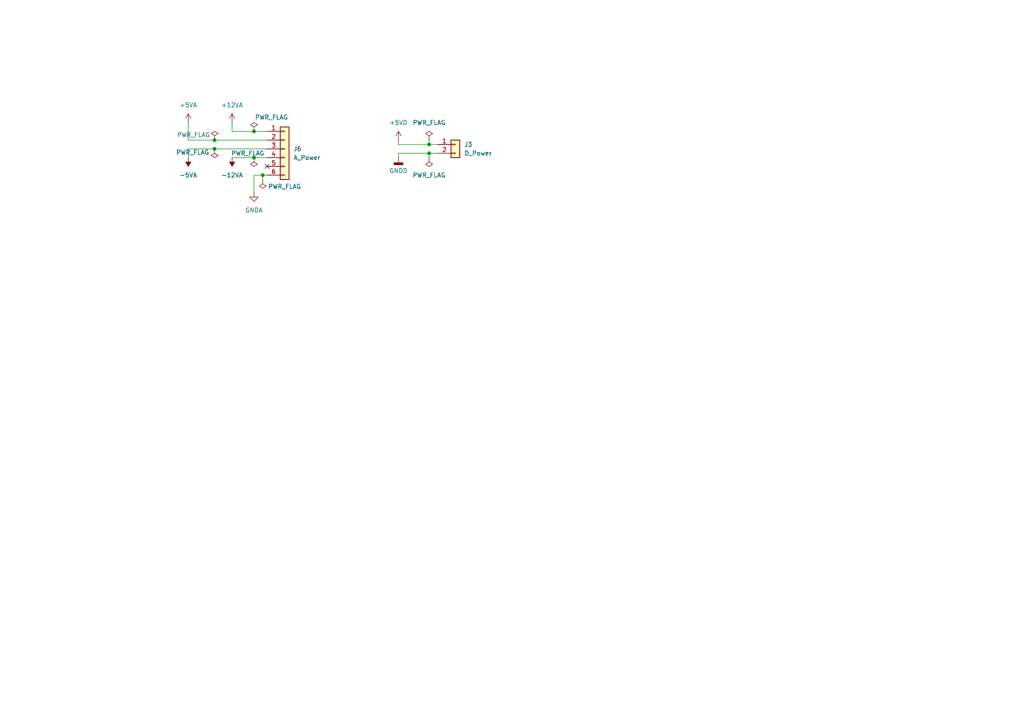
<source format=kicad_sch>
(kicad_sch (version 20250114) (generator "eeschema") (generator_version "9.0")
  (paper "A4")
  (lib_symbols
    (symbol "Connector_Generic:Conn_01x02" (pin_names (offset 1.016) (hide yes))
      (property "Reference" "J" (at 0 2.54 0))
      (property "Value" "Conn_01x02" (at 0 -5.08 0))
      (symbol "Conn_01x02_1_1"
        (rectangle (start -1.27 1.27) (end 1.27 -3.81) (stroke (width 0.254)) (fill (type background)))
        (rectangle (start -1.27 0.127) (end 0 -0.127) (stroke (width 0.1524)))
        (rectangle (start -1.27 -2.413) (end 0 -2.667) (stroke (width 0.1524)))
        (pin passive line (at -5.08 0 0) (length 3.81) (name "Pin_1") (number "1"))
        (pin passive line (at -5.08 -2.54 0) (length 3.81) (name "Pin_2") (number "2"))
      )
    )
    (symbol "Connector_Generic:Conn_01x06" (pin_names (offset 1.016) (hide yes))
      (property "Reference" "J" (at 0 7.62 0))
      (property "Value" "Conn_01x06" (at 0 -10.16 0))
      (symbol "Conn_01x06_1_1"
        (rectangle (start -1.27 6.35) (end 1.27 -8.89) (stroke (width 0.254)) (fill (type background)))
        (rectangle (start -1.27 5.207) (end 0 4.953) (stroke (width 0.1524)))
        (rectangle (start -1.27 2.667) (end 0 2.413) (stroke (width 0.1524)))
        (rectangle (start -1.27 0.127) (end 0 -0.127) (stroke (width 0.1524)))
        (rectangle (start -1.27 -2.413) (end 0 -2.667) (stroke (width 0.1524)))
        (rectangle (start -1.27 -4.953) (end 0 -5.207) (stroke (width 0.1524)))
        (rectangle (start -1.27 -7.493) (end 0 -7.747) (stroke (width 0.1524)))
        (pin passive line (at -5.08 5.08 0) (length 3.81) (name "Pin_1") (number "1"))
        (pin passive line (at -5.08 2.54 0) (length 3.81) (name "Pin_2") (number "2"))
        (pin passive line (at -5.08 0 0) (length 3.81) (name "Pin_3") (number "3"))
        (pin passive line (at -5.08 -2.54 0) (length 3.81) (name "Pin_4") (number "4"))
        (pin passive line (at -5.08 -5.08 0) (length 3.81) (name "Pin_5") (number "5"))
        (pin passive line (at -5.08 -7.62 0) (length 3.81) (name "Pin_6") (number "6"))
      )
    )
    (symbol "power:+12VA" (power) (pin_numbers (hide yes)) (pin_names (offset 0) (hide yes))
      (property "Value" "+12VA" (at 0 3.556 0))
      (symbol "+12VA_0_1"
        (polyline (pts (xy -0.762 1.27) (xy 0 2.54)))
        (polyline (pts (xy 0 2.54) (xy 0.762 1.27)))
        (polyline (pts (xy 0 0) (xy 0 2.54)))
      )
      (symbol "+12VA_1_1"
        (pin power_in line (at 0 0 90) (length 0) (name "~") (number "1"))
      )
    )
    (symbol "power:+5VA" (power) (pin_numbers (hide yes)) (pin_names (offset 0) (hide yes))
      (property "Value" "+5VA" (at 0 3.556 0))
      (symbol "+5VA_0_1"
        (polyline (pts (xy -0.762 1.27) (xy 0 2.54)))
        (polyline (pts (xy 0 2.54) (xy 0.762 1.27)))
        (polyline (pts (xy 0 0) (xy 0 2.54)))
      )
      (symbol "+5VA_1_1"
        (pin power_in line (at 0 0 90) (length 0) (name "~") (number "1"))
      )
    )
    (symbol "power:+5VD" (power) (pin_numbers (hide yes)) (pin_names (offset 0) (hide yes))
      (property "Value" "+5VD" (at 0 3.556 0))
      (symbol "+5VD_0_1"
        (polyline (pts (xy -0.762 1.27) (xy 0 2.54)))
        (polyline (pts (xy 0 2.54) (xy 0.762 1.27)))
        (polyline (pts (xy 0 0) (xy 0 2.54)))
      )
      (symbol "+5VD_1_1"
        (pin power_in line (at 0 0 90) (length 0) (name "~") (number "1"))
      )
    )
    (symbol "power:-12VA" (power) (pin_numbers (hide yes)) (pin_names (offset 0) (hide yes))
      (property "Value" "-12VA" (at 0 3.556 0))
      (symbol "-12VA_0_0"
        (pin power_in line (at 0 0 90) (length 0) (name "~") (number "1"))
      )
      (symbol "-12VA_0_1"
        (polyline (pts (xy 0 0) (xy 0 1.27) (xy 0.762 1.27) (xy 0 2.54) (xy -0.762 1.27) (xy 0 1.27)) (fill (type outline)))
      )
    )
    (symbol "power:-5VA" (power) (pin_numbers (hide yes)) (pin_names (offset 0) (hide yes))
      (property "Value" "-5VA" (at 0 3.556 0))
      (symbol "-5VA_0_0"
        (pin power_in line (at 0 0 90) (length 0) (name "~") (number "1"))
      )
      (symbol "-5VA_0_1"
        (polyline (pts (xy 0 0) (xy 0 1.27) (xy 0.762 1.27) (xy 0 2.54) (xy -0.762 1.27) (xy 0 1.27)) (fill (type outline)))
      )
    )
    (symbol "power:GNDA" (power) (pin_numbers (hide yes)) (pin_names (offset 0) (hide yes))
      (property "Value" "GNDA" (at 0 -3.81 0))
      (symbol "GNDA_0_1"
        (polyline (pts (xy 0 0) (xy 0 -1.27) (xy 1.27 -1.27) (xy 0 -2.54) (xy -1.27 -1.27) (xy 0 -1.27)))
      )
      (symbol "GNDA_1_1"
        (pin power_in line (at 0 0 270) (length 0) (name "~") (number "1"))
      )
    )
    (symbol "power:GNDD" (power) (pin_numbers (hide yes)) (pin_names (offset 0) (hide yes))
      (property "Value" "GNDD" (at 0 -3.175 0))
      (symbol "GNDD_0_1"
        (rectangle (start -1.27 -1.524) (end 1.27 -2.032) (stroke (width 0.254)) (fill (type outline)))
        (polyline (pts (xy 0 0) (xy 0 -1.524)))
      )
      (symbol "GNDD_1_1"
        (pin power_in line (at 0 0 270) (length 0) (name "~") (number "1"))
      )
    )
    (symbol "power:PWR_FLAG" (power) (pin_numbers (hide yes)) (pin_names (offset 0) (hide yes))
      (property "Value" "PWR_FLAG" (at 0 3.81 0))
      (symbol "PWR_FLAG_0_0"
        (pin power_out line (at 0 0 90) (length 0) (name "~") (number "1"))
      )
      (symbol "PWR_FLAG_0_1"
        (polyline (pts (xy 0 0) (xy 0 1.27) (xy -1.016 1.905) (xy 0 2.54) (xy 1.016 1.905) (xy 0 1.27)))
      )
    )
  )
  (junction (at 73.66 45.72))
  (junction (at 124.46 41.91))
  (junction (at 124.46 44.45))
  (junction (at 62.23 43.18))
  (junction (at 62.23 40.64))
  (junction (at 73.66 38.1))
  (junction (at 76.2 50.8))
  (no_connect (at 77.47 48.26))
  (wire (pts (xy 77.47 43.18) (xy 62.23 43.18)))
  (wire (pts (xy 124.46 44.45) (xy 115.57 44.45)))
  (wire (pts (xy 115.57 44.45) (xy 115.57 45.72)))
  (wire (pts (xy 62.23 40.64) (xy 54.61 40.64)))
  (wire (pts (xy 124.46 41.91) (xy 115.57 41.91)))
  (wire (pts (xy 115.57 41.91) (xy 115.57 40.64)))
  (wire (pts (xy 62.23 43.18) (xy 54.61 43.18)))
  (wire (pts (xy 73.66 50.8) (xy 73.66 55.88)))
  (wire (pts (xy 73.66 45.72) (xy 77.47 45.72)))
  (wire (pts (xy 124.46 40.64) (xy 124.46 41.91)))
  (wire (pts (xy 76.2 52.07) (xy 76.2 50.8)))
  (wire (pts (xy 67.31 38.1) (xy 67.31 35.56)))
  (wire (pts (xy 127 44.45) (xy 124.46 44.45)))
  (wire (pts (xy 124.46 45.72) (xy 124.46 44.45)))
  (wire (pts (xy 67.31 45.72) (xy 73.66 45.72)))
  (wire (pts (xy 77.47 40.64) (xy 62.23 40.64)))
  (wire (pts (xy 127 41.91) (xy 124.46 41.91)))
  (wire (pts (xy 77.47 50.8) (xy 76.2 50.8)))
  (wire (pts (xy 77.47 38.1) (xy 73.66 38.1)))
  (wire (pts (xy 54.61 40.64) (xy 54.61 35.56)))
  (wire (pts (xy 76.2 50.8) (xy 73.66 50.8)))
  (wire (pts (xy 54.61 43.18) (xy 54.61 45.72)))
  (wire (pts (xy 73.66 38.1) (xy 67.31 38.1)))
  (symbol (lib_id "power:+5VA") (at 54.61 35.56 0) (unit 1)
    (property "Reference" "#PWR099" (effects (hide yes)))
    (property "Value" "+5VA" (at 54.61 30.48 0))
    (property "Description" "Power symbol creates a global label with name \"+5VA\"" (effects (hide yes)))
  )
  (symbol (lib_id "power:-5VA") (at 54.61 45.72 180) (unit 1)
    (property "Reference" "#PWR0100" (effects (hide yes)))
    (property "Value" "-5VA" (at 54.61 50.8 0))
    (property "Description" "Power symbol creates a global label with name \"-5VA\"" (effects (hide yes)))
  )
  (symbol (lib_id "power:PWR_FLAG") (at 73.66 45.72 180) (unit 1)
    (property "Reference" "#FLG06" (effects (hide yes)))
    (property "Value" "PWR_FLAG" (at 71.882 44.45 0))
    (property "Description" "Special symbol for telling ERC where power comes from" (effects (hide yes)))
  )
  (symbol (lib_id "power:PWR_FLAG") (at 62.23 40.64 0) (unit 1)
    (property "Reference" "#FLG03" (effects (hide yes)))
    (property "Value" "PWR_FLAG" (at 56.134 39.116 0))
    (property "Description" "Special symbol for telling ERC where power comes from" (effects (hide yes)))
  )
  (symbol (lib_id "power:+12VA") (at 67.31 35.56 0) (unit 1)
    (property "Reference" "#PWR0108" (effects (hide yes)))
    (property "Value" "+12VA" (at 67.31 30.48 0))
    (property "Description" "Power symbol creates a global label with name \"+12VA\"" (effects (hide yes)))
  )
  (symbol (lib_id "power:-12VA") (at 67.31 45.72 180) (unit 1)
    (property "Reference" "#PWR0109" (effects (hide yes)))
    (property "Value" "-12VA" (at 67.31 50.8 0))
    (property "Description" "Power symbol creates a global label with name \"-12VA\"" (effects (hide yes)))
  )
  (symbol (lib_id "Connector_Generic:Conn_01x02") (at 132.08 41.91 0) (unit 1)
    (property "Reference" "J3" (at 134.62 41.9099 0) (effects (justify left)))
    (property "Value" "D_Power" (at 134.62 44.4499 0) (effects (justify left)))
    (property "Footprint" "Connector_PinSocket_2.54mm:PinSocket_1x02_P2.54mm_Vertical" (effects (hide yes)))
    (property "Description" "Generic connector, single row, 01x02, script generated (kicad-library-utils/schlib/autogen/connector/)" (effects (hide yes)))
  )
  (symbol (lib_id "power:GNDA") (at 73.66 55.88 0) (unit 1)
    (property "Reference" "#PWR0110" (effects (hide yes)))
    (property "Value" "GNDA" (at 73.66 60.96 0))
    (property "Description" "Power symbol creates a global label with name \"GNDA\" , analog ground" (effects (hide yes)))
  )
  (symbol (lib_id "power:GNDD") (at 115.57 45.72 0) (unit 1)
    (property "Reference" "#PWR0171" (effects (hide yes)))
    (property "Value" "GNDD" (at 115.57 49.53 0))
    (property "Description" "Power symbol creates a global label with name \"GNDD\" , digital ground" (effects (hide yes)))
  )
  (symbol (lib_id "power:PWR_FLAG") (at 124.46 40.64 0) (unit 1)
    (property "Reference" "#FLG01" (effects (hide yes)))
    (property "Value" "PWR_FLAG" (at 124.46 35.56 0))
    (property "Description" "Special symbol for telling ERC where power comes from" (effects (hide yes)))
  )
  (symbol (lib_id "Connector_Generic:Conn_01x06") (at 82.55 43.18 0) (unit 1)
    (property "Reference" "J6" (at 85.09 43.1799 0) (effects (justify left)))
    (property "Value" "A_Power" (at 85.09 45.7199 0) (effects (justify left)))
    (property "Footprint" "Connector_PinHeader_2.54mm:PinHeader_1x06_P2.54mm_Vertical" (effects (hide yes)))
    (property "Description" "Generic connector, single row, 01x06, script generated (kicad-library-utils/schlib/autogen/connector/)" (effects (hide yes)))
  )
  (symbol (lib_id "power:PWR_FLAG") (at 73.66 38.1 0) (unit 1)
    (property "Reference" "#FLG05" (effects (hide yes)))
    (property "Value" "PWR_FLAG" (at 78.74 34.036 0))
    (property "Description" "Special symbol for telling ERC where power comes from" (effects (hide yes)))
  )
  (symbol (lib_id "power:PWR_FLAG") (at 62.23 43.18 180) (unit 1)
    (property "Reference" "#FLG04" (effects (hide yes)))
    (property "Value" "PWR_FLAG" (at 55.88 44.196 0))
    (property "Description" "Special symbol for telling ERC where power comes from" (effects (hide yes)))
  )
  (symbol (lib_id "power:PWR_FLAG") (at 76.2 52.07 180) (unit 1)
    (property "Reference" "#FLG07" (effects (hide yes)))
    (property "Value" "PWR_FLAG" (at 82.55 54.102 0))
    (property "Description" "Special symbol for telling ERC where power comes from" (effects (hide yes)))
  )
  (symbol (lib_id "power:+5VD") (at 115.57 40.64 0) (unit 1)
    (property "Reference" "#PWR0170" (effects (hide yes)))
    (property "Value" "+5VD" (at 115.57 35.56 0))
    (property "Description" "Power symbol creates a global label with name \"+5VD\"" (effects (hide yes)))
  )
  (symbol (lib_id "power:PWR_FLAG") (at 124.46 45.72 180) (unit 1)
    (property "Reference" "#FLG02" (effects (hide yes)))
    (property "Value" "PWR_FLAG" (at 124.46 50.8 0))
    (property "Description" "Special symbol for telling ERC where power comes from" (effects (hide yes)))
  )
)
</source>
